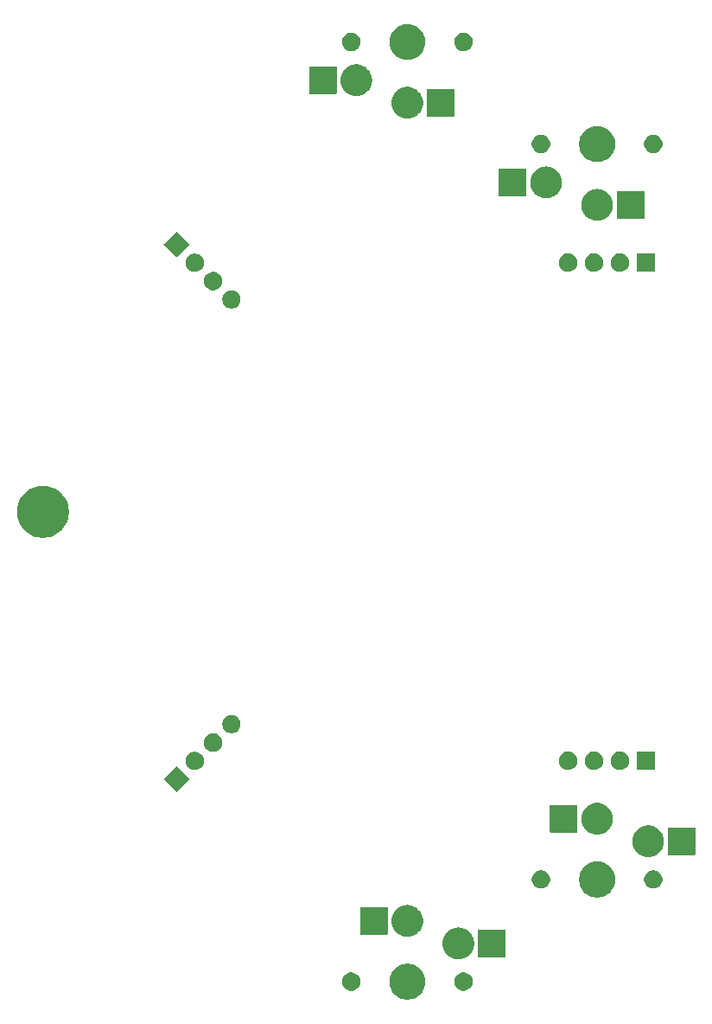
<source format=gbr>
G04 #@! TF.GenerationSoftware,KiCad,Pcbnew,9.0.2*
G04 #@! TF.CreationDate,2025-09-19T14:43:50-04:00*
G04 #@! TF.ProjectId,Trackball,54726163-6b62-4616-9c6c-2e6b69636164,rev?*
G04 #@! TF.SameCoordinates,Original*
G04 #@! TF.FileFunction,Soldermask,Bot*
G04 #@! TF.FilePolarity,Negative*
%FSLAX46Y46*%
G04 Gerber Fmt 4.6, Leading zero omitted, Abs format (unit mm)*
G04 Created by KiCad (PCBNEW 9.0.2) date 2025-09-19 14:43:50*
%MOMM*%
%LPD*%
G01*
G04 APERTURE LIST*
G04 APERTURE END LIST*
G36*
X220744432Y-145868424D02*
G01*
X220967501Y-145928195D01*
X221180861Y-146016571D01*
X221380859Y-146132040D01*
X221564075Y-146272627D01*
X221727373Y-146435925D01*
X221867960Y-146619141D01*
X221983429Y-146819139D01*
X222071805Y-147032499D01*
X222131576Y-147255568D01*
X222161720Y-147484531D01*
X222161720Y-147715469D01*
X222131576Y-147944432D01*
X222071805Y-148167501D01*
X221983429Y-148380861D01*
X221867960Y-148580859D01*
X221727373Y-148764075D01*
X221564075Y-148927373D01*
X221380859Y-149067960D01*
X221180861Y-149183429D01*
X220967501Y-149271805D01*
X220744432Y-149331576D01*
X220515469Y-149361720D01*
X220284531Y-149361720D01*
X220055568Y-149331576D01*
X219832499Y-149271805D01*
X219619139Y-149183429D01*
X219419141Y-149067960D01*
X219235925Y-148927373D01*
X219072627Y-148764075D01*
X218932040Y-148580859D01*
X218816571Y-148380861D01*
X218728195Y-148167501D01*
X218668424Y-147944432D01*
X218638280Y-147715469D01*
X218638280Y-147484531D01*
X218668424Y-147255568D01*
X218728195Y-147032499D01*
X218816571Y-146819139D01*
X218932040Y-146619141D01*
X219072627Y-146435925D01*
X219235925Y-146272627D01*
X219419141Y-146132040D01*
X219619139Y-146016571D01*
X219832499Y-145928195D01*
X220055568Y-145868424D01*
X220284531Y-145838280D01*
X220515469Y-145838280D01*
X220744432Y-145868424D01*
G37*
G36*
X215161808Y-146736936D02*
G01*
X215325153Y-146804595D01*
X215472159Y-146902822D01*
X215597178Y-147027841D01*
X215695405Y-147174847D01*
X215763064Y-147338192D01*
X215797557Y-147511598D01*
X215797557Y-147688402D01*
X215763064Y-147861808D01*
X215695405Y-148025153D01*
X215597178Y-148172159D01*
X215472159Y-148297178D01*
X215325153Y-148395405D01*
X215161808Y-148463064D01*
X214988402Y-148497557D01*
X214811598Y-148497557D01*
X214638192Y-148463064D01*
X214474847Y-148395405D01*
X214327841Y-148297178D01*
X214202822Y-148172159D01*
X214104595Y-148025153D01*
X214036936Y-147861808D01*
X214002443Y-147688402D01*
X214002443Y-147511598D01*
X214036936Y-147338192D01*
X214104595Y-147174847D01*
X214202822Y-147027841D01*
X214327841Y-146902822D01*
X214474847Y-146804595D01*
X214638192Y-146736936D01*
X214811598Y-146702443D01*
X214988402Y-146702443D01*
X215161808Y-146736936D01*
G37*
G36*
X226161808Y-146736936D02*
G01*
X226325153Y-146804595D01*
X226472159Y-146902822D01*
X226597178Y-147027841D01*
X226695405Y-147174847D01*
X226763064Y-147338192D01*
X226797557Y-147511598D01*
X226797557Y-147688402D01*
X226763064Y-147861808D01*
X226695405Y-148025153D01*
X226597178Y-148172159D01*
X226472159Y-148297178D01*
X226325153Y-148395405D01*
X226161808Y-148463064D01*
X225988402Y-148497557D01*
X225811598Y-148497557D01*
X225638192Y-148463064D01*
X225474847Y-148395405D01*
X225327841Y-148297178D01*
X225202822Y-148172159D01*
X225104595Y-148025153D01*
X225036936Y-147861808D01*
X225002443Y-147688402D01*
X225002443Y-147511598D01*
X225036936Y-147338192D01*
X225104595Y-147174847D01*
X225202822Y-147027841D01*
X225327841Y-146902822D01*
X225474847Y-146804595D01*
X225638192Y-146736936D01*
X225811598Y-146702443D01*
X225988402Y-146702443D01*
X226161808Y-146736936D01*
G37*
G36*
X225510482Y-142303781D02*
G01*
X225521690Y-142303781D01*
X225576888Y-142312523D01*
X225702534Y-142329065D01*
X225733189Y-142337279D01*
X225762074Y-142341854D01*
X225817620Y-142359902D01*
X225898467Y-142381565D01*
X225950050Y-142402931D01*
X225993542Y-142417063D01*
X226034286Y-142437823D01*
X226085870Y-142459190D01*
X226158353Y-142501038D01*
X226210395Y-142527555D01*
X226234055Y-142544745D01*
X226261539Y-142560613D01*
X226362074Y-142637756D01*
X226407294Y-142670610D01*
X226415219Y-142678535D01*
X226422466Y-142684096D01*
X226565903Y-142827533D01*
X226571463Y-142834779D01*
X226579390Y-142842706D01*
X226612247Y-142887930D01*
X226689386Y-142988460D01*
X226705252Y-143015941D01*
X226722445Y-143039605D01*
X226748964Y-143091652D01*
X226790809Y-143164129D01*
X226812173Y-143215706D01*
X226832937Y-143256458D01*
X226847070Y-143299955D01*
X226868434Y-143351532D01*
X226890093Y-143432366D01*
X226908146Y-143487926D01*
X226912721Y-143516816D01*
X226920934Y-143547465D01*
X226937474Y-143673099D01*
X226946219Y-143728310D01*
X226946219Y-143739518D01*
X226947412Y-143748580D01*
X226947412Y-143951419D01*
X226946219Y-143960480D01*
X226946219Y-143971690D01*
X226937473Y-144026905D01*
X226920934Y-144152534D01*
X226912722Y-144183180D01*
X226908146Y-144212074D01*
X226890091Y-144267638D01*
X226868434Y-144348467D01*
X226847071Y-144400039D01*
X226832937Y-144443542D01*
X226812171Y-144484297D01*
X226790809Y-144535870D01*
X226748968Y-144608338D01*
X226722445Y-144660395D01*
X226705249Y-144684062D01*
X226689386Y-144711539D01*
X226612261Y-144812050D01*
X226579390Y-144857294D01*
X226571459Y-144865224D01*
X226565903Y-144872466D01*
X226422466Y-145015903D01*
X226415224Y-145021459D01*
X226407294Y-145029390D01*
X226362050Y-145062261D01*
X226261539Y-145139386D01*
X226234062Y-145155249D01*
X226210395Y-145172445D01*
X226158338Y-145198968D01*
X226085870Y-145240809D01*
X226034297Y-145262171D01*
X225993542Y-145282937D01*
X225950039Y-145297071D01*
X225898467Y-145318434D01*
X225817638Y-145340091D01*
X225762074Y-145358146D01*
X225733180Y-145362722D01*
X225702534Y-145370934D01*
X225576902Y-145387474D01*
X225521690Y-145396219D01*
X225510481Y-145396219D01*
X225501420Y-145397412D01*
X225298580Y-145397412D01*
X225289519Y-145396219D01*
X225278310Y-145396219D01*
X225223099Y-145387474D01*
X225097465Y-145370934D01*
X225066816Y-145362721D01*
X225037926Y-145358146D01*
X224982366Y-145340093D01*
X224901532Y-145318434D01*
X224849955Y-145297070D01*
X224806458Y-145282937D01*
X224765706Y-145262173D01*
X224714129Y-145240809D01*
X224641652Y-145198964D01*
X224589605Y-145172445D01*
X224565941Y-145155252D01*
X224538460Y-145139386D01*
X224437930Y-145062247D01*
X224392706Y-145029390D01*
X224384779Y-145021463D01*
X224377533Y-145015903D01*
X224234096Y-144872466D01*
X224228535Y-144865219D01*
X224220610Y-144857294D01*
X224187756Y-144812074D01*
X224110613Y-144711539D01*
X224094745Y-144684055D01*
X224077555Y-144660395D01*
X224051038Y-144608353D01*
X224009190Y-144535870D01*
X223987823Y-144484286D01*
X223967063Y-144443542D01*
X223952931Y-144400050D01*
X223931565Y-144348467D01*
X223909902Y-144267620D01*
X223891854Y-144212074D01*
X223887279Y-144183189D01*
X223879065Y-144152534D01*
X223862524Y-144026891D01*
X223853781Y-143971690D01*
X223853781Y-143960480D01*
X223852588Y-143951419D01*
X223852588Y-143748580D01*
X223853781Y-143739518D01*
X223853781Y-143728310D01*
X223862523Y-143673113D01*
X223879065Y-143547465D01*
X223887279Y-143516807D01*
X223891854Y-143487926D01*
X223909900Y-143432383D01*
X223931565Y-143351532D01*
X223952933Y-143299944D01*
X223967063Y-143256458D01*
X223987821Y-143215717D01*
X224009190Y-143164129D01*
X224051042Y-143091637D01*
X224077555Y-143039605D01*
X224094742Y-143015948D01*
X224110613Y-142988460D01*
X224187770Y-142887906D01*
X224220610Y-142842706D01*
X224228532Y-142834783D01*
X224234096Y-142827533D01*
X224377533Y-142684096D01*
X224384783Y-142678532D01*
X224392706Y-142670610D01*
X224437906Y-142637770D01*
X224538460Y-142560613D01*
X224565948Y-142544742D01*
X224589605Y-142527555D01*
X224641637Y-142501042D01*
X224714129Y-142459190D01*
X224765717Y-142437821D01*
X224806458Y-142417063D01*
X224849944Y-142402933D01*
X224901532Y-142381565D01*
X224982383Y-142359900D01*
X225037926Y-142341854D01*
X225066807Y-142337279D01*
X225097465Y-142329065D01*
X225223113Y-142312523D01*
X225278310Y-142303781D01*
X225289518Y-142303781D01*
X225298580Y-142302588D01*
X225501420Y-142302588D01*
X225510482Y-142303781D01*
G37*
G36*
X229994517Y-142502882D02*
G01*
X230011062Y-142513938D01*
X230022118Y-142530483D01*
X230026000Y-142550000D01*
X230026000Y-145150000D01*
X230022118Y-145169517D01*
X230011062Y-145186062D01*
X229994517Y-145197118D01*
X229975000Y-145201000D01*
X227375000Y-145201000D01*
X227355483Y-145197118D01*
X227338938Y-145186062D01*
X227327882Y-145169517D01*
X227324000Y-145150000D01*
X227324000Y-142550000D01*
X227327882Y-142530483D01*
X227338938Y-142513938D01*
X227355483Y-142502882D01*
X227375000Y-142499000D01*
X229975000Y-142499000D01*
X229994517Y-142502882D01*
G37*
G36*
X220510482Y-140103781D02*
G01*
X220521690Y-140103781D01*
X220576888Y-140112523D01*
X220702534Y-140129065D01*
X220733189Y-140137279D01*
X220762074Y-140141854D01*
X220817620Y-140159902D01*
X220898467Y-140181565D01*
X220950050Y-140202931D01*
X220993542Y-140217063D01*
X221034286Y-140237823D01*
X221085870Y-140259190D01*
X221158353Y-140301038D01*
X221210395Y-140327555D01*
X221234055Y-140344745D01*
X221261539Y-140360613D01*
X221362074Y-140437756D01*
X221407294Y-140470610D01*
X221415219Y-140478535D01*
X221422466Y-140484096D01*
X221565903Y-140627533D01*
X221571463Y-140634779D01*
X221579390Y-140642706D01*
X221612247Y-140687930D01*
X221689386Y-140788460D01*
X221705252Y-140815941D01*
X221722445Y-140839605D01*
X221748964Y-140891652D01*
X221790809Y-140964129D01*
X221812173Y-141015706D01*
X221832937Y-141056458D01*
X221847070Y-141099955D01*
X221868434Y-141151532D01*
X221890093Y-141232366D01*
X221908146Y-141287926D01*
X221912721Y-141316816D01*
X221920934Y-141347465D01*
X221937474Y-141473099D01*
X221946219Y-141528310D01*
X221946219Y-141539518D01*
X221947412Y-141548580D01*
X221947412Y-141751419D01*
X221946219Y-141760480D01*
X221946219Y-141771690D01*
X221937473Y-141826905D01*
X221920934Y-141952534D01*
X221912722Y-141983180D01*
X221908146Y-142012074D01*
X221890091Y-142067638D01*
X221868434Y-142148467D01*
X221847071Y-142200039D01*
X221832937Y-142243542D01*
X221812171Y-142284297D01*
X221790809Y-142335870D01*
X221748968Y-142408338D01*
X221722445Y-142460395D01*
X221705249Y-142484062D01*
X221689386Y-142511539D01*
X221612261Y-142612050D01*
X221579390Y-142657294D01*
X221571459Y-142665224D01*
X221565903Y-142672466D01*
X221422466Y-142815903D01*
X221415224Y-142821459D01*
X221407294Y-142829390D01*
X221362050Y-142862261D01*
X221261539Y-142939386D01*
X221234062Y-142955249D01*
X221210395Y-142972445D01*
X221158338Y-142998968D01*
X221085870Y-143040809D01*
X221034297Y-143062171D01*
X220993542Y-143082937D01*
X220950039Y-143097071D01*
X220898467Y-143118434D01*
X220817638Y-143140091D01*
X220762074Y-143158146D01*
X220733180Y-143162722D01*
X220702534Y-143170934D01*
X220576902Y-143187474D01*
X220521690Y-143196219D01*
X220510481Y-143196219D01*
X220501420Y-143197412D01*
X220298580Y-143197412D01*
X220289519Y-143196219D01*
X220278310Y-143196219D01*
X220223099Y-143187474D01*
X220097465Y-143170934D01*
X220066816Y-143162721D01*
X220037926Y-143158146D01*
X219982366Y-143140093D01*
X219901532Y-143118434D01*
X219849955Y-143097070D01*
X219806458Y-143082937D01*
X219765706Y-143062173D01*
X219714129Y-143040809D01*
X219641652Y-142998964D01*
X219589605Y-142972445D01*
X219565941Y-142955252D01*
X219538460Y-142939386D01*
X219437930Y-142862247D01*
X219392706Y-142829390D01*
X219384779Y-142821463D01*
X219377533Y-142815903D01*
X219234096Y-142672466D01*
X219228535Y-142665219D01*
X219220610Y-142657294D01*
X219187756Y-142612074D01*
X219110613Y-142511539D01*
X219094745Y-142484055D01*
X219077555Y-142460395D01*
X219051038Y-142408353D01*
X219009190Y-142335870D01*
X218987823Y-142284286D01*
X218967063Y-142243542D01*
X218952931Y-142200050D01*
X218931565Y-142148467D01*
X218909902Y-142067620D01*
X218891854Y-142012074D01*
X218887279Y-141983189D01*
X218879065Y-141952534D01*
X218862524Y-141826891D01*
X218853781Y-141771690D01*
X218853781Y-141760480D01*
X218852588Y-141751419D01*
X218852588Y-141548580D01*
X218853781Y-141539518D01*
X218853781Y-141528310D01*
X218862523Y-141473113D01*
X218879065Y-141347465D01*
X218887279Y-141316807D01*
X218891854Y-141287926D01*
X218909900Y-141232383D01*
X218931565Y-141151532D01*
X218952933Y-141099944D01*
X218967063Y-141056458D01*
X218987821Y-141015717D01*
X219009190Y-140964129D01*
X219051042Y-140891637D01*
X219077555Y-140839605D01*
X219094742Y-140815948D01*
X219110613Y-140788460D01*
X219187770Y-140687906D01*
X219220610Y-140642706D01*
X219228532Y-140634783D01*
X219234096Y-140627533D01*
X219377533Y-140484096D01*
X219384783Y-140478532D01*
X219392706Y-140470610D01*
X219437906Y-140437770D01*
X219538460Y-140360613D01*
X219565948Y-140344742D01*
X219589605Y-140327555D01*
X219641637Y-140301042D01*
X219714129Y-140259190D01*
X219765717Y-140237821D01*
X219806458Y-140217063D01*
X219849944Y-140202933D01*
X219901532Y-140181565D01*
X219982383Y-140159900D01*
X220037926Y-140141854D01*
X220066807Y-140137279D01*
X220097465Y-140129065D01*
X220223113Y-140112523D01*
X220278310Y-140103781D01*
X220289518Y-140103781D01*
X220298580Y-140102588D01*
X220501420Y-140102588D01*
X220510482Y-140103781D01*
G37*
G36*
X218444517Y-140302882D02*
G01*
X218461062Y-140313938D01*
X218472118Y-140330483D01*
X218476000Y-140350000D01*
X218476000Y-142950000D01*
X218472118Y-142969517D01*
X218461062Y-142986062D01*
X218444517Y-142997118D01*
X218425000Y-143001000D01*
X215825000Y-143001000D01*
X215805483Y-142997118D01*
X215788938Y-142986062D01*
X215777882Y-142969517D01*
X215774000Y-142950000D01*
X215774000Y-140350000D01*
X215777882Y-140330483D01*
X215788938Y-140313938D01*
X215805483Y-140302882D01*
X215825000Y-140299000D01*
X218425000Y-140299000D01*
X218444517Y-140302882D01*
G37*
G36*
X239344432Y-135868424D02*
G01*
X239567501Y-135928195D01*
X239780861Y-136016571D01*
X239980859Y-136132040D01*
X240164075Y-136272627D01*
X240327373Y-136435925D01*
X240467960Y-136619141D01*
X240583429Y-136819139D01*
X240671805Y-137032499D01*
X240731576Y-137255568D01*
X240761720Y-137484531D01*
X240761720Y-137715469D01*
X240731576Y-137944432D01*
X240671805Y-138167501D01*
X240583429Y-138380861D01*
X240467960Y-138580859D01*
X240327373Y-138764075D01*
X240164075Y-138927373D01*
X239980859Y-139067960D01*
X239780861Y-139183429D01*
X239567501Y-139271805D01*
X239344432Y-139331576D01*
X239115469Y-139361720D01*
X238884531Y-139361720D01*
X238655568Y-139331576D01*
X238432499Y-139271805D01*
X238219139Y-139183429D01*
X238019141Y-139067960D01*
X237835925Y-138927373D01*
X237672627Y-138764075D01*
X237532040Y-138580859D01*
X237416571Y-138380861D01*
X237328195Y-138167501D01*
X237268424Y-137944432D01*
X237238280Y-137715469D01*
X237238280Y-137484531D01*
X237268424Y-137255568D01*
X237328195Y-137032499D01*
X237416571Y-136819139D01*
X237532040Y-136619141D01*
X237672627Y-136435925D01*
X237835925Y-136272627D01*
X238019141Y-136132040D01*
X238219139Y-136016571D01*
X238432499Y-135928195D01*
X238655568Y-135868424D01*
X238884531Y-135838280D01*
X239115469Y-135838280D01*
X239344432Y-135868424D01*
G37*
G36*
X233761808Y-136736936D02*
G01*
X233925153Y-136804595D01*
X234072159Y-136902822D01*
X234197178Y-137027841D01*
X234295405Y-137174847D01*
X234363064Y-137338192D01*
X234397557Y-137511598D01*
X234397557Y-137688402D01*
X234363064Y-137861808D01*
X234295405Y-138025153D01*
X234197178Y-138172159D01*
X234072159Y-138297178D01*
X233925153Y-138395405D01*
X233761808Y-138463064D01*
X233588402Y-138497557D01*
X233411598Y-138497557D01*
X233238192Y-138463064D01*
X233074847Y-138395405D01*
X232927841Y-138297178D01*
X232802822Y-138172159D01*
X232704595Y-138025153D01*
X232636936Y-137861808D01*
X232602443Y-137688402D01*
X232602443Y-137511598D01*
X232636936Y-137338192D01*
X232704595Y-137174847D01*
X232802822Y-137027841D01*
X232927841Y-136902822D01*
X233074847Y-136804595D01*
X233238192Y-136736936D01*
X233411598Y-136702443D01*
X233588402Y-136702443D01*
X233761808Y-136736936D01*
G37*
G36*
X244761808Y-136736936D02*
G01*
X244925153Y-136804595D01*
X245072159Y-136902822D01*
X245197178Y-137027841D01*
X245295405Y-137174847D01*
X245363064Y-137338192D01*
X245397557Y-137511598D01*
X245397557Y-137688402D01*
X245363064Y-137861808D01*
X245295405Y-138025153D01*
X245197178Y-138172159D01*
X245072159Y-138297178D01*
X244925153Y-138395405D01*
X244761808Y-138463064D01*
X244588402Y-138497557D01*
X244411598Y-138497557D01*
X244238192Y-138463064D01*
X244074847Y-138395405D01*
X243927841Y-138297178D01*
X243802822Y-138172159D01*
X243704595Y-138025153D01*
X243636936Y-137861808D01*
X243602443Y-137688402D01*
X243602443Y-137511598D01*
X243636936Y-137338192D01*
X243704595Y-137174847D01*
X243802822Y-137027841D01*
X243927841Y-136902822D01*
X244074847Y-136804595D01*
X244238192Y-136736936D01*
X244411598Y-136702443D01*
X244588402Y-136702443D01*
X244761808Y-136736936D01*
G37*
G36*
X244110482Y-132303781D02*
G01*
X244121690Y-132303781D01*
X244176888Y-132312523D01*
X244302534Y-132329065D01*
X244333189Y-132337279D01*
X244362074Y-132341854D01*
X244417620Y-132359902D01*
X244498467Y-132381565D01*
X244550050Y-132402931D01*
X244593542Y-132417063D01*
X244634286Y-132437823D01*
X244685870Y-132459190D01*
X244758353Y-132501038D01*
X244810395Y-132527555D01*
X244834055Y-132544745D01*
X244861539Y-132560613D01*
X244962074Y-132637756D01*
X245007294Y-132670610D01*
X245015219Y-132678535D01*
X245022466Y-132684096D01*
X245165903Y-132827533D01*
X245171463Y-132834779D01*
X245179390Y-132842706D01*
X245212247Y-132887930D01*
X245289386Y-132988460D01*
X245305252Y-133015941D01*
X245322445Y-133039605D01*
X245348964Y-133091652D01*
X245390809Y-133164129D01*
X245412173Y-133215706D01*
X245432937Y-133256458D01*
X245447070Y-133299955D01*
X245468434Y-133351532D01*
X245490093Y-133432366D01*
X245508146Y-133487926D01*
X245512721Y-133516816D01*
X245520934Y-133547465D01*
X245537474Y-133673099D01*
X245546219Y-133728310D01*
X245546219Y-133739518D01*
X245547412Y-133748580D01*
X245547412Y-133951419D01*
X245546219Y-133960480D01*
X245546219Y-133971690D01*
X245537473Y-134026905D01*
X245520934Y-134152534D01*
X245512722Y-134183180D01*
X245508146Y-134212074D01*
X245490091Y-134267638D01*
X245468434Y-134348467D01*
X245447071Y-134400039D01*
X245432937Y-134443542D01*
X245412171Y-134484297D01*
X245390809Y-134535870D01*
X245348968Y-134608338D01*
X245322445Y-134660395D01*
X245305249Y-134684062D01*
X245289386Y-134711539D01*
X245212261Y-134812050D01*
X245179390Y-134857294D01*
X245171459Y-134865224D01*
X245165903Y-134872466D01*
X245022466Y-135015903D01*
X245015224Y-135021459D01*
X245007294Y-135029390D01*
X244962050Y-135062261D01*
X244861539Y-135139386D01*
X244834062Y-135155249D01*
X244810395Y-135172445D01*
X244758338Y-135198968D01*
X244685870Y-135240809D01*
X244634297Y-135262171D01*
X244593542Y-135282937D01*
X244550039Y-135297071D01*
X244498467Y-135318434D01*
X244417638Y-135340091D01*
X244362074Y-135358146D01*
X244333180Y-135362722D01*
X244302534Y-135370934D01*
X244176902Y-135387474D01*
X244121690Y-135396219D01*
X244110481Y-135396219D01*
X244101420Y-135397412D01*
X243898580Y-135397412D01*
X243889519Y-135396219D01*
X243878310Y-135396219D01*
X243823099Y-135387474D01*
X243697465Y-135370934D01*
X243666816Y-135362721D01*
X243637926Y-135358146D01*
X243582366Y-135340093D01*
X243501532Y-135318434D01*
X243449955Y-135297070D01*
X243406458Y-135282937D01*
X243365706Y-135262173D01*
X243314129Y-135240809D01*
X243241652Y-135198964D01*
X243189605Y-135172445D01*
X243165941Y-135155252D01*
X243138460Y-135139386D01*
X243037930Y-135062247D01*
X242992706Y-135029390D01*
X242984779Y-135021463D01*
X242977533Y-135015903D01*
X242834096Y-134872466D01*
X242828535Y-134865219D01*
X242820610Y-134857294D01*
X242787756Y-134812074D01*
X242710613Y-134711539D01*
X242694745Y-134684055D01*
X242677555Y-134660395D01*
X242651038Y-134608353D01*
X242609190Y-134535870D01*
X242587823Y-134484286D01*
X242567063Y-134443542D01*
X242552931Y-134400050D01*
X242531565Y-134348467D01*
X242509902Y-134267620D01*
X242491854Y-134212074D01*
X242487279Y-134183189D01*
X242479065Y-134152534D01*
X242462524Y-134026891D01*
X242453781Y-133971690D01*
X242453781Y-133960480D01*
X242452588Y-133951419D01*
X242452588Y-133748580D01*
X242453781Y-133739518D01*
X242453781Y-133728310D01*
X242462523Y-133673113D01*
X242479065Y-133547465D01*
X242487279Y-133516807D01*
X242491854Y-133487926D01*
X242509900Y-133432383D01*
X242531565Y-133351532D01*
X242552933Y-133299944D01*
X242567063Y-133256458D01*
X242587821Y-133215717D01*
X242609190Y-133164129D01*
X242651042Y-133091637D01*
X242677555Y-133039605D01*
X242694742Y-133015948D01*
X242710613Y-132988460D01*
X242787770Y-132887906D01*
X242820610Y-132842706D01*
X242828532Y-132834783D01*
X242834096Y-132827533D01*
X242977533Y-132684096D01*
X242984783Y-132678532D01*
X242992706Y-132670610D01*
X243037906Y-132637770D01*
X243138460Y-132560613D01*
X243165948Y-132544742D01*
X243189605Y-132527555D01*
X243241637Y-132501042D01*
X243314129Y-132459190D01*
X243365717Y-132437821D01*
X243406458Y-132417063D01*
X243449944Y-132402933D01*
X243501532Y-132381565D01*
X243582383Y-132359900D01*
X243637926Y-132341854D01*
X243666807Y-132337279D01*
X243697465Y-132329065D01*
X243823113Y-132312523D01*
X243878310Y-132303781D01*
X243889518Y-132303781D01*
X243898580Y-132302588D01*
X244101420Y-132302588D01*
X244110482Y-132303781D01*
G37*
G36*
X248594517Y-132502882D02*
G01*
X248611062Y-132513938D01*
X248622118Y-132530483D01*
X248626000Y-132550000D01*
X248626000Y-135150000D01*
X248622118Y-135169517D01*
X248611062Y-135186062D01*
X248594517Y-135197118D01*
X248575000Y-135201000D01*
X245975000Y-135201000D01*
X245955483Y-135197118D01*
X245938938Y-135186062D01*
X245927882Y-135169517D01*
X245924000Y-135150000D01*
X245924000Y-132550000D01*
X245927882Y-132530483D01*
X245938938Y-132513938D01*
X245955483Y-132502882D01*
X245975000Y-132499000D01*
X248575000Y-132499000D01*
X248594517Y-132502882D01*
G37*
G36*
X239110482Y-130103781D02*
G01*
X239121690Y-130103781D01*
X239176888Y-130112523D01*
X239302534Y-130129065D01*
X239333189Y-130137279D01*
X239362074Y-130141854D01*
X239417620Y-130159902D01*
X239498467Y-130181565D01*
X239550050Y-130202931D01*
X239593542Y-130217063D01*
X239634286Y-130237823D01*
X239685870Y-130259190D01*
X239758353Y-130301038D01*
X239810395Y-130327555D01*
X239834055Y-130344745D01*
X239861539Y-130360613D01*
X239962074Y-130437756D01*
X240007294Y-130470610D01*
X240015219Y-130478535D01*
X240022466Y-130484096D01*
X240165903Y-130627533D01*
X240171463Y-130634779D01*
X240179390Y-130642706D01*
X240212247Y-130687930D01*
X240289386Y-130788460D01*
X240305252Y-130815941D01*
X240322445Y-130839605D01*
X240348964Y-130891652D01*
X240390809Y-130964129D01*
X240412173Y-131015706D01*
X240432937Y-131056458D01*
X240447070Y-131099955D01*
X240468434Y-131151532D01*
X240490093Y-131232366D01*
X240508146Y-131287926D01*
X240512721Y-131316816D01*
X240520934Y-131347465D01*
X240537474Y-131473099D01*
X240546219Y-131528310D01*
X240546219Y-131539518D01*
X240547412Y-131548580D01*
X240547412Y-131751419D01*
X240546219Y-131760480D01*
X240546219Y-131771690D01*
X240537473Y-131826905D01*
X240520934Y-131952534D01*
X240512722Y-131983180D01*
X240508146Y-132012074D01*
X240490091Y-132067638D01*
X240468434Y-132148467D01*
X240447071Y-132200039D01*
X240432937Y-132243542D01*
X240412171Y-132284297D01*
X240390809Y-132335870D01*
X240348968Y-132408338D01*
X240322445Y-132460395D01*
X240305249Y-132484062D01*
X240289386Y-132511539D01*
X240212261Y-132612050D01*
X240179390Y-132657294D01*
X240171459Y-132665224D01*
X240165903Y-132672466D01*
X240022466Y-132815903D01*
X240015224Y-132821459D01*
X240007294Y-132829390D01*
X239962050Y-132862261D01*
X239861539Y-132939386D01*
X239834062Y-132955249D01*
X239810395Y-132972445D01*
X239758338Y-132998968D01*
X239685870Y-133040809D01*
X239634297Y-133062171D01*
X239593542Y-133082937D01*
X239550039Y-133097071D01*
X239498467Y-133118434D01*
X239417638Y-133140091D01*
X239362074Y-133158146D01*
X239333180Y-133162722D01*
X239302534Y-133170934D01*
X239176902Y-133187474D01*
X239121690Y-133196219D01*
X239110481Y-133196219D01*
X239101420Y-133197412D01*
X238898580Y-133197412D01*
X238889519Y-133196219D01*
X238878310Y-133196219D01*
X238823099Y-133187474D01*
X238697465Y-133170934D01*
X238666816Y-133162721D01*
X238637926Y-133158146D01*
X238582366Y-133140093D01*
X238501532Y-133118434D01*
X238449955Y-133097070D01*
X238406458Y-133082937D01*
X238365706Y-133062173D01*
X238314129Y-133040809D01*
X238241652Y-132998964D01*
X238189605Y-132972445D01*
X238165941Y-132955252D01*
X238138460Y-132939386D01*
X238037930Y-132862247D01*
X237992706Y-132829390D01*
X237984779Y-132821463D01*
X237977533Y-132815903D01*
X237834096Y-132672466D01*
X237828535Y-132665219D01*
X237820610Y-132657294D01*
X237787756Y-132612074D01*
X237710613Y-132511539D01*
X237694745Y-132484055D01*
X237677555Y-132460395D01*
X237651038Y-132408353D01*
X237609190Y-132335870D01*
X237587823Y-132284286D01*
X237567063Y-132243542D01*
X237552931Y-132200050D01*
X237531565Y-132148467D01*
X237509902Y-132067620D01*
X237491854Y-132012074D01*
X237487279Y-131983189D01*
X237479065Y-131952534D01*
X237462524Y-131826891D01*
X237453781Y-131771690D01*
X237453781Y-131760480D01*
X237452588Y-131751419D01*
X237452588Y-131548580D01*
X237453781Y-131539518D01*
X237453781Y-131528310D01*
X237462523Y-131473113D01*
X237479065Y-131347465D01*
X237487279Y-131316807D01*
X237491854Y-131287926D01*
X237509900Y-131232383D01*
X237531565Y-131151532D01*
X237552933Y-131099944D01*
X237567063Y-131056458D01*
X237587821Y-131015717D01*
X237609190Y-130964129D01*
X237651042Y-130891637D01*
X237677555Y-130839605D01*
X237694742Y-130815948D01*
X237710613Y-130788460D01*
X237787770Y-130687906D01*
X237820610Y-130642706D01*
X237828532Y-130634783D01*
X237834096Y-130627533D01*
X237977533Y-130484096D01*
X237984783Y-130478532D01*
X237992706Y-130470610D01*
X238037906Y-130437770D01*
X238138460Y-130360613D01*
X238165948Y-130344742D01*
X238189605Y-130327555D01*
X238241637Y-130301042D01*
X238314129Y-130259190D01*
X238365717Y-130237821D01*
X238406458Y-130217063D01*
X238449944Y-130202933D01*
X238501532Y-130181565D01*
X238582383Y-130159900D01*
X238637926Y-130141854D01*
X238666807Y-130137279D01*
X238697465Y-130129065D01*
X238823113Y-130112523D01*
X238878310Y-130103781D01*
X238889518Y-130103781D01*
X238898580Y-130102588D01*
X239101420Y-130102588D01*
X239110482Y-130103781D01*
G37*
G36*
X237044517Y-130302882D02*
G01*
X237061062Y-130313938D01*
X237072118Y-130330483D01*
X237076000Y-130350000D01*
X237076000Y-132950000D01*
X237072118Y-132969517D01*
X237061062Y-132986062D01*
X237044517Y-132997118D01*
X237025000Y-133001000D01*
X234425000Y-133001000D01*
X234405483Y-132997118D01*
X234388938Y-132986062D01*
X234377882Y-132969517D01*
X234374000Y-132950000D01*
X234374000Y-130350000D01*
X234377882Y-130330483D01*
X234388938Y-130313938D01*
X234405483Y-130302882D01*
X234425000Y-130299000D01*
X237025000Y-130299000D01*
X237044517Y-130302882D01*
G37*
G36*
X197793466Y-126536851D02*
G01*
X197810011Y-126547907D01*
X199012093Y-127749989D01*
X199023149Y-127766534D01*
X199027030Y-127786051D01*
X199023149Y-127805568D01*
X199012093Y-127822113D01*
X197810011Y-129024195D01*
X197793466Y-129035251D01*
X197773949Y-129039132D01*
X197754432Y-129035251D01*
X197737887Y-129024195D01*
X196535805Y-127822113D01*
X196524749Y-127805568D01*
X196520868Y-127786051D01*
X196524749Y-127766534D01*
X196535805Y-127749989D01*
X197432277Y-126853517D01*
X197729182Y-126556611D01*
X197729185Y-126556608D01*
X197737887Y-126547907D01*
X197754432Y-126536851D01*
X197773949Y-126532970D01*
X197793466Y-126536851D01*
G37*
G36*
X199831546Y-125127797D02*
G01*
X199994728Y-125195389D01*
X200141588Y-125293518D01*
X200266482Y-125418412D01*
X200364611Y-125565272D01*
X200432203Y-125728454D01*
X200466661Y-125901687D01*
X200466661Y-126078313D01*
X200432203Y-126251546D01*
X200364611Y-126414728D01*
X200266482Y-126561588D01*
X200141588Y-126686482D01*
X199994728Y-126784611D01*
X199831546Y-126852203D01*
X199658313Y-126886661D01*
X199481687Y-126886661D01*
X199308454Y-126852203D01*
X199145272Y-126784611D01*
X198998412Y-126686482D01*
X198873518Y-126561588D01*
X198775389Y-126414728D01*
X198707797Y-126251546D01*
X198673339Y-126078313D01*
X198673339Y-125901687D01*
X198707797Y-125728454D01*
X198775389Y-125565272D01*
X198873518Y-125418412D01*
X198998412Y-125293518D01*
X199145272Y-125195389D01*
X199308454Y-125127797D01*
X199481687Y-125093339D01*
X199658313Y-125093339D01*
X199831546Y-125127797D01*
G37*
G36*
X244637517Y-125086882D02*
G01*
X244654062Y-125097938D01*
X244665118Y-125114483D01*
X244669000Y-125134000D01*
X244669000Y-126834000D01*
X244665118Y-126853517D01*
X244654062Y-126870062D01*
X244637517Y-126881118D01*
X244618000Y-126885000D01*
X242918000Y-126885000D01*
X242898483Y-126881118D01*
X242881938Y-126870062D01*
X242870882Y-126853517D01*
X242867000Y-126834000D01*
X242867000Y-125134000D01*
X242870882Y-125114483D01*
X242881938Y-125097938D01*
X242898483Y-125086882D01*
X242918000Y-125083000D01*
X244618000Y-125083000D01*
X244637517Y-125086882D01*
G37*
G36*
X236409546Y-125121797D02*
G01*
X236572728Y-125189389D01*
X236719588Y-125287518D01*
X236844482Y-125412412D01*
X236942611Y-125559272D01*
X237010203Y-125722454D01*
X237044661Y-125895687D01*
X237044661Y-126072313D01*
X237010203Y-126245546D01*
X236942611Y-126408728D01*
X236844482Y-126555588D01*
X236719588Y-126680482D01*
X236572728Y-126778611D01*
X236409546Y-126846203D01*
X236236313Y-126880661D01*
X236059687Y-126880661D01*
X235886454Y-126846203D01*
X235723272Y-126778611D01*
X235576412Y-126680482D01*
X235451518Y-126555588D01*
X235353389Y-126408728D01*
X235285797Y-126245546D01*
X235251339Y-126072313D01*
X235251339Y-125895687D01*
X235285797Y-125722454D01*
X235353389Y-125559272D01*
X235451518Y-125412412D01*
X235576412Y-125287518D01*
X235723272Y-125189389D01*
X235886454Y-125121797D01*
X236059687Y-125087339D01*
X236236313Y-125087339D01*
X236409546Y-125121797D01*
G37*
G36*
X238949546Y-125121797D02*
G01*
X239112728Y-125189389D01*
X239259588Y-125287518D01*
X239384482Y-125412412D01*
X239482611Y-125559272D01*
X239550203Y-125722454D01*
X239584661Y-125895687D01*
X239584661Y-126072313D01*
X239550203Y-126245546D01*
X239482611Y-126408728D01*
X239384482Y-126555588D01*
X239259588Y-126680482D01*
X239112728Y-126778611D01*
X238949546Y-126846203D01*
X238776313Y-126880661D01*
X238599687Y-126880661D01*
X238426454Y-126846203D01*
X238263272Y-126778611D01*
X238116412Y-126680482D01*
X237991518Y-126555588D01*
X237893389Y-126408728D01*
X237825797Y-126245546D01*
X237791339Y-126072313D01*
X237791339Y-125895687D01*
X237825797Y-125722454D01*
X237893389Y-125559272D01*
X237991518Y-125412412D01*
X238116412Y-125287518D01*
X238263272Y-125189389D01*
X238426454Y-125121797D01*
X238599687Y-125087339D01*
X238776313Y-125087339D01*
X238949546Y-125121797D01*
G37*
G36*
X241489546Y-125121797D02*
G01*
X241652728Y-125189389D01*
X241799588Y-125287518D01*
X241924482Y-125412412D01*
X242022611Y-125559272D01*
X242090203Y-125722454D01*
X242124661Y-125895687D01*
X242124661Y-126072313D01*
X242090203Y-126245546D01*
X242022611Y-126408728D01*
X241924482Y-126555588D01*
X241799588Y-126680482D01*
X241652728Y-126778611D01*
X241489546Y-126846203D01*
X241316313Y-126880661D01*
X241139687Y-126880661D01*
X240966454Y-126846203D01*
X240803272Y-126778611D01*
X240656412Y-126680482D01*
X240531518Y-126555588D01*
X240433389Y-126408728D01*
X240365797Y-126245546D01*
X240331339Y-126072313D01*
X240331339Y-125895687D01*
X240365797Y-125722454D01*
X240433389Y-125559272D01*
X240531518Y-125412412D01*
X240656412Y-125287518D01*
X240803272Y-125189389D01*
X240966454Y-125121797D01*
X241139687Y-125087339D01*
X241316313Y-125087339D01*
X241489546Y-125121797D01*
G37*
G36*
X201627597Y-123331746D02*
G01*
X201790779Y-123399338D01*
X201937639Y-123497467D01*
X202062533Y-123622361D01*
X202160662Y-123769221D01*
X202228254Y-123932403D01*
X202262712Y-124105636D01*
X202262712Y-124282262D01*
X202228254Y-124455495D01*
X202160662Y-124618677D01*
X202062533Y-124765537D01*
X201937639Y-124890431D01*
X201790779Y-124988560D01*
X201627597Y-125056152D01*
X201454364Y-125090610D01*
X201277738Y-125090610D01*
X201104505Y-125056152D01*
X200941323Y-124988560D01*
X200794463Y-124890431D01*
X200669569Y-124765537D01*
X200571440Y-124618677D01*
X200503848Y-124455495D01*
X200469390Y-124282262D01*
X200469390Y-124105636D01*
X200503848Y-123932403D01*
X200571440Y-123769221D01*
X200669569Y-123622361D01*
X200794463Y-123497467D01*
X200941323Y-123399338D01*
X201104505Y-123331746D01*
X201277738Y-123297288D01*
X201454364Y-123297288D01*
X201627597Y-123331746D01*
G37*
G36*
X203423649Y-121535694D02*
G01*
X203586831Y-121603286D01*
X203733691Y-121701415D01*
X203858585Y-121826309D01*
X203956714Y-121973169D01*
X204024306Y-122136351D01*
X204058764Y-122309584D01*
X204058764Y-122486210D01*
X204024306Y-122659443D01*
X203956714Y-122822625D01*
X203858585Y-122969485D01*
X203733691Y-123094379D01*
X203586831Y-123192508D01*
X203423649Y-123260100D01*
X203250416Y-123294558D01*
X203073790Y-123294558D01*
X202900557Y-123260100D01*
X202737375Y-123192508D01*
X202590515Y-123094379D01*
X202465621Y-122969485D01*
X202367492Y-122822625D01*
X202299900Y-122659443D01*
X202265442Y-122486210D01*
X202265442Y-122309584D01*
X202299900Y-122136351D01*
X202367492Y-121973169D01*
X202465621Y-121826309D01*
X202590515Y-121701415D01*
X202737375Y-121603286D01*
X202900557Y-121535694D01*
X203073790Y-121501236D01*
X203250416Y-121501236D01*
X203423649Y-121535694D01*
G37*
G36*
X185127308Y-99085043D02*
G01*
X185406207Y-99148700D01*
X185676225Y-99243183D01*
X185933967Y-99367305D01*
X186176190Y-99519504D01*
X186399850Y-99697867D01*
X186602133Y-99900150D01*
X186780496Y-100123810D01*
X186932695Y-100366033D01*
X187056817Y-100623775D01*
X187151300Y-100893793D01*
X187214957Y-101172692D01*
X187246987Y-101456964D01*
X187246987Y-101743036D01*
X187214957Y-102027308D01*
X187151300Y-102306207D01*
X187056817Y-102576225D01*
X186932695Y-102833967D01*
X186780496Y-103076190D01*
X186602133Y-103299850D01*
X186399850Y-103502133D01*
X186176190Y-103680496D01*
X185933967Y-103832695D01*
X185676225Y-103956817D01*
X185406207Y-104051300D01*
X185127308Y-104114957D01*
X184843036Y-104146987D01*
X184556964Y-104146987D01*
X184272692Y-104114957D01*
X183993793Y-104051300D01*
X183723775Y-103956817D01*
X183466033Y-103832695D01*
X183223810Y-103680496D01*
X183000150Y-103502133D01*
X182797867Y-103299850D01*
X182619504Y-103076190D01*
X182467305Y-102833967D01*
X182343183Y-102576225D01*
X182248700Y-102306207D01*
X182185043Y-102027308D01*
X182153013Y-101743036D01*
X182153013Y-101456964D01*
X182185043Y-101172692D01*
X182248700Y-100893793D01*
X182343183Y-100623775D01*
X182467305Y-100366033D01*
X182619504Y-100123810D01*
X182797867Y-99900150D01*
X183000150Y-99697867D01*
X183223810Y-99519504D01*
X183466033Y-99367305D01*
X183723775Y-99243183D01*
X183993793Y-99148700D01*
X184272692Y-99085043D01*
X184556964Y-99053013D01*
X184843036Y-99053013D01*
X185127308Y-99085043D01*
G37*
G36*
X203423649Y-79949900D02*
G01*
X203586831Y-80017492D01*
X203733691Y-80115621D01*
X203858585Y-80240515D01*
X203956714Y-80387375D01*
X204024306Y-80550557D01*
X204058764Y-80723790D01*
X204058764Y-80900416D01*
X204024306Y-81073649D01*
X203956714Y-81236831D01*
X203858585Y-81383691D01*
X203733691Y-81508585D01*
X203586831Y-81606714D01*
X203423649Y-81674306D01*
X203250416Y-81708764D01*
X203073790Y-81708764D01*
X202900557Y-81674306D01*
X202737375Y-81606714D01*
X202590515Y-81508585D01*
X202465621Y-81383691D01*
X202367492Y-81236831D01*
X202299900Y-81073649D01*
X202265442Y-80900416D01*
X202265442Y-80723790D01*
X202299900Y-80550557D01*
X202367492Y-80387375D01*
X202465621Y-80240515D01*
X202590515Y-80115621D01*
X202737375Y-80017492D01*
X202900557Y-79949900D01*
X203073790Y-79915442D01*
X203250416Y-79915442D01*
X203423649Y-79949900D01*
G37*
G36*
X201627597Y-78153848D02*
G01*
X201790779Y-78221440D01*
X201937639Y-78319569D01*
X202062533Y-78444463D01*
X202160662Y-78591323D01*
X202228254Y-78754505D01*
X202262712Y-78927738D01*
X202262712Y-79104364D01*
X202228254Y-79277597D01*
X202160662Y-79440779D01*
X202062533Y-79587639D01*
X201937639Y-79712533D01*
X201790779Y-79810662D01*
X201627597Y-79878254D01*
X201454364Y-79912712D01*
X201277738Y-79912712D01*
X201104505Y-79878254D01*
X200941323Y-79810662D01*
X200794463Y-79712533D01*
X200669569Y-79587639D01*
X200571440Y-79440779D01*
X200503848Y-79277597D01*
X200469390Y-79104364D01*
X200469390Y-78927738D01*
X200503848Y-78754505D01*
X200571440Y-78591323D01*
X200669569Y-78444463D01*
X200794463Y-78319569D01*
X200941323Y-78221440D01*
X201104505Y-78153848D01*
X201277738Y-78119390D01*
X201454364Y-78119390D01*
X201627597Y-78153848D01*
G37*
G36*
X244637517Y-76318882D02*
G01*
X244654062Y-76329938D01*
X244665118Y-76346483D01*
X244669000Y-76366000D01*
X244669000Y-78066000D01*
X244665118Y-78085517D01*
X244654062Y-78102062D01*
X244637517Y-78113118D01*
X244618000Y-78117000D01*
X242918000Y-78117000D01*
X242898483Y-78113118D01*
X242881938Y-78102062D01*
X242870882Y-78085517D01*
X242867000Y-78066000D01*
X242867000Y-76366000D01*
X242870882Y-76346483D01*
X242881938Y-76329938D01*
X242898483Y-76318882D01*
X242918000Y-76315000D01*
X244618000Y-76315000D01*
X244637517Y-76318882D01*
G37*
G36*
X199831546Y-76357797D02*
G01*
X199994728Y-76425389D01*
X200141588Y-76523518D01*
X200266482Y-76648412D01*
X200364611Y-76795272D01*
X200432203Y-76958454D01*
X200466661Y-77131687D01*
X200466661Y-77308313D01*
X200432203Y-77481546D01*
X200364611Y-77644728D01*
X200266482Y-77791588D01*
X200141588Y-77916482D01*
X199994728Y-78014611D01*
X199831546Y-78082203D01*
X199658313Y-78116661D01*
X199481687Y-78116661D01*
X199308454Y-78082203D01*
X199145272Y-78014611D01*
X198998412Y-77916482D01*
X198873518Y-77791588D01*
X198775389Y-77644728D01*
X198707797Y-77481546D01*
X198673339Y-77308313D01*
X198673339Y-77131687D01*
X198707797Y-76958454D01*
X198775389Y-76795272D01*
X198873518Y-76648412D01*
X198998412Y-76523518D01*
X199145272Y-76425389D01*
X199308454Y-76357797D01*
X199481687Y-76323339D01*
X199658313Y-76323339D01*
X199831546Y-76357797D01*
G37*
G36*
X236409546Y-76353797D02*
G01*
X236572728Y-76421389D01*
X236719588Y-76519518D01*
X236844482Y-76644412D01*
X236942611Y-76791272D01*
X237010203Y-76954454D01*
X237044661Y-77127687D01*
X237044661Y-77304313D01*
X237010203Y-77477546D01*
X236942611Y-77640728D01*
X236844482Y-77787588D01*
X236719588Y-77912482D01*
X236572728Y-78010611D01*
X236409546Y-78078203D01*
X236236313Y-78112661D01*
X236059687Y-78112661D01*
X235886454Y-78078203D01*
X235723272Y-78010611D01*
X235576412Y-77912482D01*
X235451518Y-77787588D01*
X235353389Y-77640728D01*
X235285797Y-77477546D01*
X235251339Y-77304313D01*
X235251339Y-77127687D01*
X235285797Y-76954454D01*
X235353389Y-76791272D01*
X235451518Y-76644412D01*
X235576412Y-76519518D01*
X235723272Y-76421389D01*
X235886454Y-76353797D01*
X236059687Y-76319339D01*
X236236313Y-76319339D01*
X236409546Y-76353797D01*
G37*
G36*
X238949546Y-76353797D02*
G01*
X239112728Y-76421389D01*
X239259588Y-76519518D01*
X239384482Y-76644412D01*
X239482611Y-76791272D01*
X239550203Y-76954454D01*
X239584661Y-77127687D01*
X239584661Y-77304313D01*
X239550203Y-77477546D01*
X239482611Y-77640728D01*
X239384482Y-77787588D01*
X239259588Y-77912482D01*
X239112728Y-78010611D01*
X238949546Y-78078203D01*
X238776313Y-78112661D01*
X238599687Y-78112661D01*
X238426454Y-78078203D01*
X238263272Y-78010611D01*
X238116412Y-77912482D01*
X237991518Y-77787588D01*
X237893389Y-77640728D01*
X237825797Y-77477546D01*
X237791339Y-77304313D01*
X237791339Y-77127687D01*
X237825797Y-76954454D01*
X237893389Y-76791272D01*
X237991518Y-76644412D01*
X238116412Y-76519518D01*
X238263272Y-76421389D01*
X238426454Y-76353797D01*
X238599687Y-76319339D01*
X238776313Y-76319339D01*
X238949546Y-76353797D01*
G37*
G36*
X241489546Y-76353797D02*
G01*
X241652728Y-76421389D01*
X241799588Y-76519518D01*
X241924482Y-76644412D01*
X242022611Y-76791272D01*
X242090203Y-76954454D01*
X242124661Y-77127687D01*
X242124661Y-77304313D01*
X242090203Y-77477546D01*
X242022611Y-77640728D01*
X241924482Y-77787588D01*
X241799588Y-77912482D01*
X241652728Y-78010611D01*
X241489546Y-78078203D01*
X241316313Y-78112661D01*
X241139687Y-78112661D01*
X240966454Y-78078203D01*
X240803272Y-78010611D01*
X240656412Y-77912482D01*
X240531518Y-77787588D01*
X240433389Y-77640728D01*
X240365797Y-77477546D01*
X240331339Y-77304313D01*
X240331339Y-77127687D01*
X240365797Y-76954454D01*
X240433389Y-76791272D01*
X240531518Y-76644412D01*
X240656412Y-76519518D01*
X240803272Y-76421389D01*
X240966454Y-76353797D01*
X241139687Y-76319339D01*
X241316313Y-76319339D01*
X241489546Y-76353797D01*
G37*
G36*
X197793466Y-74174749D02*
G01*
X197810011Y-74185805D01*
X199012093Y-75387887D01*
X199023149Y-75404432D01*
X199027030Y-75423949D01*
X199023149Y-75443466D01*
X199012093Y-75460011D01*
X197810011Y-76662093D01*
X197793466Y-76673149D01*
X197773949Y-76677030D01*
X197754432Y-76673149D01*
X197737887Y-76662093D01*
X196535805Y-75460011D01*
X196524749Y-75443466D01*
X196520868Y-75423949D01*
X196524749Y-75404432D01*
X196535805Y-75387887D01*
X197136846Y-74786846D01*
X197729182Y-74194509D01*
X197729185Y-74194506D01*
X197737887Y-74185805D01*
X197754432Y-74174749D01*
X197773949Y-74170868D01*
X197793466Y-74174749D01*
G37*
G36*
X239110482Y-70003781D02*
G01*
X239121690Y-70003781D01*
X239176888Y-70012523D01*
X239302534Y-70029065D01*
X239333189Y-70037279D01*
X239362074Y-70041854D01*
X239417620Y-70059902D01*
X239498467Y-70081565D01*
X239550050Y-70102931D01*
X239593542Y-70117063D01*
X239634286Y-70137823D01*
X239685870Y-70159190D01*
X239758353Y-70201038D01*
X239810395Y-70227555D01*
X239834055Y-70244745D01*
X239861539Y-70260613D01*
X239962074Y-70337756D01*
X240007294Y-70370610D01*
X240015219Y-70378535D01*
X240022466Y-70384096D01*
X240165903Y-70527533D01*
X240171463Y-70534779D01*
X240179390Y-70542706D01*
X240212247Y-70587930D01*
X240289386Y-70688460D01*
X240305252Y-70715941D01*
X240322445Y-70739605D01*
X240348964Y-70791652D01*
X240390809Y-70864129D01*
X240412173Y-70915706D01*
X240432937Y-70956458D01*
X240447070Y-70999955D01*
X240468434Y-71051532D01*
X240490093Y-71132366D01*
X240508146Y-71187926D01*
X240512721Y-71216816D01*
X240520934Y-71247465D01*
X240537474Y-71373099D01*
X240546219Y-71428310D01*
X240546219Y-71439518D01*
X240547412Y-71448580D01*
X240547412Y-71651419D01*
X240546219Y-71660480D01*
X240546219Y-71671690D01*
X240537473Y-71726905D01*
X240520934Y-71852534D01*
X240512722Y-71883180D01*
X240508146Y-71912074D01*
X240490091Y-71967638D01*
X240468434Y-72048467D01*
X240447071Y-72100039D01*
X240432937Y-72143542D01*
X240412171Y-72184297D01*
X240390809Y-72235870D01*
X240348968Y-72308338D01*
X240322445Y-72360395D01*
X240305249Y-72384062D01*
X240289386Y-72411539D01*
X240212261Y-72512050D01*
X240179390Y-72557294D01*
X240171459Y-72565224D01*
X240165903Y-72572466D01*
X240022466Y-72715903D01*
X240015224Y-72721459D01*
X240007294Y-72729390D01*
X239962050Y-72762261D01*
X239861539Y-72839386D01*
X239834062Y-72855249D01*
X239810395Y-72872445D01*
X239758338Y-72898968D01*
X239685870Y-72940809D01*
X239634297Y-72962171D01*
X239593542Y-72982937D01*
X239550039Y-72997071D01*
X239498467Y-73018434D01*
X239417638Y-73040091D01*
X239362074Y-73058146D01*
X239333180Y-73062722D01*
X239302534Y-73070934D01*
X239176902Y-73087474D01*
X239121690Y-73096219D01*
X239110481Y-73096219D01*
X239101420Y-73097412D01*
X238898580Y-73097412D01*
X238889519Y-73096219D01*
X238878310Y-73096219D01*
X238823099Y-73087474D01*
X238697465Y-73070934D01*
X238666816Y-73062721D01*
X238637926Y-73058146D01*
X238582366Y-73040093D01*
X238501532Y-73018434D01*
X238449955Y-72997070D01*
X238406458Y-72982937D01*
X238365706Y-72962173D01*
X238314129Y-72940809D01*
X238241652Y-72898964D01*
X238189605Y-72872445D01*
X238165941Y-72855252D01*
X238138460Y-72839386D01*
X238037930Y-72762247D01*
X237992706Y-72729390D01*
X237984779Y-72721463D01*
X237977533Y-72715903D01*
X237834096Y-72572466D01*
X237828535Y-72565219D01*
X237820610Y-72557294D01*
X237787756Y-72512074D01*
X237710613Y-72411539D01*
X237694745Y-72384055D01*
X237677555Y-72360395D01*
X237651038Y-72308353D01*
X237609190Y-72235870D01*
X237587823Y-72184286D01*
X237567063Y-72143542D01*
X237552931Y-72100050D01*
X237531565Y-72048467D01*
X237509902Y-71967620D01*
X237491854Y-71912074D01*
X237487279Y-71883189D01*
X237479065Y-71852534D01*
X237462524Y-71726891D01*
X237453781Y-71671690D01*
X237453781Y-71660480D01*
X237452588Y-71651419D01*
X237452588Y-71448580D01*
X237453781Y-71439518D01*
X237453781Y-71428310D01*
X237462523Y-71373113D01*
X237479065Y-71247465D01*
X237487279Y-71216807D01*
X237491854Y-71187926D01*
X237509900Y-71132383D01*
X237531565Y-71051532D01*
X237552933Y-70999944D01*
X237567063Y-70956458D01*
X237587821Y-70915717D01*
X237609190Y-70864129D01*
X237651042Y-70791637D01*
X237677555Y-70739605D01*
X237694742Y-70715948D01*
X237710613Y-70688460D01*
X237787770Y-70587906D01*
X237820610Y-70542706D01*
X237828532Y-70534783D01*
X237834096Y-70527533D01*
X237977533Y-70384096D01*
X237984783Y-70378532D01*
X237992706Y-70370610D01*
X238037906Y-70337770D01*
X238138460Y-70260613D01*
X238165948Y-70244742D01*
X238189605Y-70227555D01*
X238241637Y-70201042D01*
X238314129Y-70159190D01*
X238365717Y-70137821D01*
X238406458Y-70117063D01*
X238449944Y-70102933D01*
X238501532Y-70081565D01*
X238582383Y-70059900D01*
X238637926Y-70041854D01*
X238666807Y-70037279D01*
X238697465Y-70029065D01*
X238823113Y-70012523D01*
X238878310Y-70003781D01*
X238889518Y-70003781D01*
X238898580Y-70002588D01*
X239101420Y-70002588D01*
X239110482Y-70003781D01*
G37*
G36*
X243594517Y-70202882D02*
G01*
X243611062Y-70213938D01*
X243622118Y-70230483D01*
X243626000Y-70250000D01*
X243626000Y-72850000D01*
X243622118Y-72869517D01*
X243611062Y-72886062D01*
X243594517Y-72897118D01*
X243575000Y-72901000D01*
X240975000Y-72901000D01*
X240955483Y-72897118D01*
X240938938Y-72886062D01*
X240927882Y-72869517D01*
X240924000Y-72850000D01*
X240924000Y-70250000D01*
X240927882Y-70230483D01*
X240938938Y-70213938D01*
X240955483Y-70202882D01*
X240975000Y-70199000D01*
X243575000Y-70199000D01*
X243594517Y-70202882D01*
G37*
G36*
X234110482Y-67803781D02*
G01*
X234121690Y-67803781D01*
X234176888Y-67812523D01*
X234302534Y-67829065D01*
X234333189Y-67837279D01*
X234362074Y-67841854D01*
X234417620Y-67859902D01*
X234498467Y-67881565D01*
X234550050Y-67902931D01*
X234593542Y-67917063D01*
X234634286Y-67937823D01*
X234685870Y-67959190D01*
X234758353Y-68001038D01*
X234810395Y-68027555D01*
X234834055Y-68044745D01*
X234861539Y-68060613D01*
X234962074Y-68137756D01*
X235007294Y-68170610D01*
X235015219Y-68178535D01*
X235022466Y-68184096D01*
X235165903Y-68327533D01*
X235171463Y-68334779D01*
X235179390Y-68342706D01*
X235212247Y-68387930D01*
X235289386Y-68488460D01*
X235305252Y-68515941D01*
X235322445Y-68539605D01*
X235348964Y-68591652D01*
X235390809Y-68664129D01*
X235412173Y-68715706D01*
X235432937Y-68756458D01*
X235447070Y-68799955D01*
X235468434Y-68851532D01*
X235490093Y-68932366D01*
X235508146Y-68987926D01*
X235512721Y-69016816D01*
X235520934Y-69047465D01*
X235537474Y-69173099D01*
X235546219Y-69228310D01*
X235546219Y-69239518D01*
X235547412Y-69248580D01*
X235547412Y-69451419D01*
X235546219Y-69460480D01*
X235546219Y-69471690D01*
X235537473Y-69526905D01*
X235520934Y-69652534D01*
X235512722Y-69683180D01*
X235508146Y-69712074D01*
X235490091Y-69767638D01*
X235468434Y-69848467D01*
X235447071Y-69900039D01*
X235432937Y-69943542D01*
X235412171Y-69984297D01*
X235390809Y-70035870D01*
X235348968Y-70108338D01*
X235322445Y-70160395D01*
X235305249Y-70184062D01*
X235289386Y-70211539D01*
X235212261Y-70312050D01*
X235179390Y-70357294D01*
X235171459Y-70365224D01*
X235165903Y-70372466D01*
X235022466Y-70515903D01*
X235015224Y-70521459D01*
X235007294Y-70529390D01*
X234962050Y-70562261D01*
X234861539Y-70639386D01*
X234834062Y-70655249D01*
X234810395Y-70672445D01*
X234758338Y-70698968D01*
X234685870Y-70740809D01*
X234634297Y-70762171D01*
X234593542Y-70782937D01*
X234550039Y-70797071D01*
X234498467Y-70818434D01*
X234417638Y-70840091D01*
X234362074Y-70858146D01*
X234333180Y-70862722D01*
X234302534Y-70870934D01*
X234176902Y-70887474D01*
X234121690Y-70896219D01*
X234110481Y-70896219D01*
X234101420Y-70897412D01*
X233898580Y-70897412D01*
X233889519Y-70896219D01*
X233878310Y-70896219D01*
X233823099Y-70887474D01*
X233697465Y-70870934D01*
X233666816Y-70862721D01*
X233637926Y-70858146D01*
X233582366Y-70840093D01*
X233501532Y-70818434D01*
X233449955Y-70797070D01*
X233406458Y-70782937D01*
X233365706Y-70762173D01*
X233314129Y-70740809D01*
X233241652Y-70698964D01*
X233189605Y-70672445D01*
X233165941Y-70655252D01*
X233138460Y-70639386D01*
X233037930Y-70562247D01*
X232992706Y-70529390D01*
X232984779Y-70521463D01*
X232977533Y-70515903D01*
X232834096Y-70372466D01*
X232828535Y-70365219D01*
X232820610Y-70357294D01*
X232787756Y-70312074D01*
X232710613Y-70211539D01*
X232694745Y-70184055D01*
X232677555Y-70160395D01*
X232651038Y-70108353D01*
X232609190Y-70035870D01*
X232587823Y-69984286D01*
X232567063Y-69943542D01*
X232552931Y-69900050D01*
X232531565Y-69848467D01*
X232509902Y-69767620D01*
X232491854Y-69712074D01*
X232487279Y-69683189D01*
X232479065Y-69652534D01*
X232462524Y-69526891D01*
X232453781Y-69471690D01*
X232453781Y-69460480D01*
X232452588Y-69451419D01*
X232452588Y-69248580D01*
X232453781Y-69239518D01*
X232453781Y-69228310D01*
X232462523Y-69173113D01*
X232479065Y-69047465D01*
X232487279Y-69016807D01*
X232491854Y-68987926D01*
X232509900Y-68932383D01*
X232531565Y-68851532D01*
X232552933Y-68799944D01*
X232567063Y-68756458D01*
X232587821Y-68715717D01*
X232609190Y-68664129D01*
X232651042Y-68591637D01*
X232677555Y-68539605D01*
X232694742Y-68515948D01*
X232710613Y-68488460D01*
X232787770Y-68387906D01*
X232820610Y-68342706D01*
X232828532Y-68334783D01*
X232834096Y-68327533D01*
X232977533Y-68184096D01*
X232984783Y-68178532D01*
X232992706Y-68170610D01*
X233037906Y-68137770D01*
X233138460Y-68060613D01*
X233165948Y-68044742D01*
X233189605Y-68027555D01*
X233241637Y-68001042D01*
X233314129Y-67959190D01*
X233365717Y-67937821D01*
X233406458Y-67917063D01*
X233449944Y-67902933D01*
X233501532Y-67881565D01*
X233582383Y-67859900D01*
X233637926Y-67841854D01*
X233666807Y-67837279D01*
X233697465Y-67829065D01*
X233823113Y-67812523D01*
X233878310Y-67803781D01*
X233889518Y-67803781D01*
X233898580Y-67802588D01*
X234101420Y-67802588D01*
X234110482Y-67803781D01*
G37*
G36*
X232044517Y-68002882D02*
G01*
X232061062Y-68013938D01*
X232072118Y-68030483D01*
X232076000Y-68050000D01*
X232076000Y-70650000D01*
X232072118Y-70669517D01*
X232061062Y-70686062D01*
X232044517Y-70697118D01*
X232025000Y-70701000D01*
X229425000Y-70701000D01*
X229405483Y-70697118D01*
X229388938Y-70686062D01*
X229377882Y-70669517D01*
X229374000Y-70650000D01*
X229374000Y-68050000D01*
X229377882Y-68030483D01*
X229388938Y-68013938D01*
X229405483Y-68002882D01*
X229425000Y-67999000D01*
X232025000Y-67999000D01*
X232044517Y-68002882D01*
G37*
G36*
X239344432Y-63868424D02*
G01*
X239567501Y-63928195D01*
X239780861Y-64016571D01*
X239980859Y-64132040D01*
X240164075Y-64272627D01*
X240327373Y-64435925D01*
X240467960Y-64619141D01*
X240583429Y-64819139D01*
X240671805Y-65032499D01*
X240731576Y-65255568D01*
X240761720Y-65484531D01*
X240761720Y-65715469D01*
X240731576Y-65944432D01*
X240671805Y-66167501D01*
X240583429Y-66380861D01*
X240467960Y-66580859D01*
X240327373Y-66764075D01*
X240164075Y-66927373D01*
X239980859Y-67067960D01*
X239780861Y-67183429D01*
X239567501Y-67271805D01*
X239344432Y-67331576D01*
X239115469Y-67361720D01*
X238884531Y-67361720D01*
X238655568Y-67331576D01*
X238432499Y-67271805D01*
X238219139Y-67183429D01*
X238019141Y-67067960D01*
X237835925Y-66927373D01*
X237672627Y-66764075D01*
X237532040Y-66580859D01*
X237416571Y-66380861D01*
X237328195Y-66167501D01*
X237268424Y-65944432D01*
X237238280Y-65715469D01*
X237238280Y-65484531D01*
X237268424Y-65255568D01*
X237328195Y-65032499D01*
X237416571Y-64819139D01*
X237532040Y-64619141D01*
X237672627Y-64435925D01*
X237835925Y-64272627D01*
X238019141Y-64132040D01*
X238219139Y-64016571D01*
X238432499Y-63928195D01*
X238655568Y-63868424D01*
X238884531Y-63838280D01*
X239115469Y-63838280D01*
X239344432Y-63868424D01*
G37*
G36*
X233761808Y-64736936D02*
G01*
X233925153Y-64804595D01*
X234072159Y-64902822D01*
X234197178Y-65027841D01*
X234295405Y-65174847D01*
X234363064Y-65338192D01*
X234397557Y-65511598D01*
X234397557Y-65688402D01*
X234363064Y-65861808D01*
X234295405Y-66025153D01*
X234197178Y-66172159D01*
X234072159Y-66297178D01*
X233925153Y-66395405D01*
X233761808Y-66463064D01*
X233588402Y-66497557D01*
X233411598Y-66497557D01*
X233238192Y-66463064D01*
X233074847Y-66395405D01*
X232927841Y-66297178D01*
X232802822Y-66172159D01*
X232704595Y-66025153D01*
X232636936Y-65861808D01*
X232602443Y-65688402D01*
X232602443Y-65511598D01*
X232636936Y-65338192D01*
X232704595Y-65174847D01*
X232802822Y-65027841D01*
X232927841Y-64902822D01*
X233074847Y-64804595D01*
X233238192Y-64736936D01*
X233411598Y-64702443D01*
X233588402Y-64702443D01*
X233761808Y-64736936D01*
G37*
G36*
X244761808Y-64736936D02*
G01*
X244925153Y-64804595D01*
X245072159Y-64902822D01*
X245197178Y-65027841D01*
X245295405Y-65174847D01*
X245363064Y-65338192D01*
X245397557Y-65511598D01*
X245397557Y-65688402D01*
X245363064Y-65861808D01*
X245295405Y-66025153D01*
X245197178Y-66172159D01*
X245072159Y-66297178D01*
X244925153Y-66395405D01*
X244761808Y-66463064D01*
X244588402Y-66497557D01*
X244411598Y-66497557D01*
X244238192Y-66463064D01*
X244074847Y-66395405D01*
X243927841Y-66297178D01*
X243802822Y-66172159D01*
X243704595Y-66025153D01*
X243636936Y-65861808D01*
X243602443Y-65688402D01*
X243602443Y-65511598D01*
X243636936Y-65338192D01*
X243704595Y-65174847D01*
X243802822Y-65027841D01*
X243927841Y-64902822D01*
X244074847Y-64804595D01*
X244238192Y-64736936D01*
X244411598Y-64702443D01*
X244588402Y-64702443D01*
X244761808Y-64736936D01*
G37*
G36*
X220510482Y-60003781D02*
G01*
X220521690Y-60003781D01*
X220576888Y-60012523D01*
X220702534Y-60029065D01*
X220733189Y-60037279D01*
X220762074Y-60041854D01*
X220817620Y-60059902D01*
X220898467Y-60081565D01*
X220950050Y-60102931D01*
X220993542Y-60117063D01*
X221034286Y-60137823D01*
X221085870Y-60159190D01*
X221158353Y-60201038D01*
X221210395Y-60227555D01*
X221234055Y-60244745D01*
X221261539Y-60260613D01*
X221362074Y-60337756D01*
X221407294Y-60370610D01*
X221415219Y-60378535D01*
X221422466Y-60384096D01*
X221565903Y-60527533D01*
X221571463Y-60534779D01*
X221579390Y-60542706D01*
X221612247Y-60587930D01*
X221689386Y-60688460D01*
X221705252Y-60715941D01*
X221722445Y-60739605D01*
X221748964Y-60791652D01*
X221790809Y-60864129D01*
X221812173Y-60915706D01*
X221832937Y-60956458D01*
X221847070Y-60999955D01*
X221868434Y-61051532D01*
X221890093Y-61132366D01*
X221908146Y-61187926D01*
X221912721Y-61216816D01*
X221920934Y-61247465D01*
X221937474Y-61373099D01*
X221946219Y-61428310D01*
X221946219Y-61439518D01*
X221947412Y-61448580D01*
X221947412Y-61651419D01*
X221946219Y-61660480D01*
X221946219Y-61671690D01*
X221937473Y-61726905D01*
X221920934Y-61852534D01*
X221912722Y-61883180D01*
X221908146Y-61912074D01*
X221890091Y-61967638D01*
X221868434Y-62048467D01*
X221847071Y-62100039D01*
X221832937Y-62143542D01*
X221812171Y-62184297D01*
X221790809Y-62235870D01*
X221748968Y-62308338D01*
X221722445Y-62360395D01*
X221705249Y-62384062D01*
X221689386Y-62411539D01*
X221612261Y-62512050D01*
X221579390Y-62557294D01*
X221571459Y-62565224D01*
X221565903Y-62572466D01*
X221422466Y-62715903D01*
X221415224Y-62721459D01*
X221407294Y-62729390D01*
X221362050Y-62762261D01*
X221261539Y-62839386D01*
X221234062Y-62855249D01*
X221210395Y-62872445D01*
X221158338Y-62898968D01*
X221085870Y-62940809D01*
X221034297Y-62962171D01*
X220993542Y-62982937D01*
X220950039Y-62997071D01*
X220898467Y-63018434D01*
X220817638Y-63040091D01*
X220762074Y-63058146D01*
X220733180Y-63062722D01*
X220702534Y-63070934D01*
X220576902Y-63087474D01*
X220521690Y-63096219D01*
X220510481Y-63096219D01*
X220501420Y-63097412D01*
X220298580Y-63097412D01*
X220289519Y-63096219D01*
X220278310Y-63096219D01*
X220223099Y-63087474D01*
X220097465Y-63070934D01*
X220066816Y-63062721D01*
X220037926Y-63058146D01*
X219982366Y-63040093D01*
X219901532Y-63018434D01*
X219849955Y-62997070D01*
X219806458Y-62982937D01*
X219765706Y-62962173D01*
X219714129Y-62940809D01*
X219641652Y-62898964D01*
X219589605Y-62872445D01*
X219565941Y-62855252D01*
X219538460Y-62839386D01*
X219437930Y-62762247D01*
X219392706Y-62729390D01*
X219384779Y-62721463D01*
X219377533Y-62715903D01*
X219234096Y-62572466D01*
X219228535Y-62565219D01*
X219220610Y-62557294D01*
X219187756Y-62512074D01*
X219110613Y-62411539D01*
X219094745Y-62384055D01*
X219077555Y-62360395D01*
X219051038Y-62308353D01*
X219009190Y-62235870D01*
X218987823Y-62184286D01*
X218967063Y-62143542D01*
X218952931Y-62100050D01*
X218931565Y-62048467D01*
X218909902Y-61967620D01*
X218891854Y-61912074D01*
X218887279Y-61883189D01*
X218879065Y-61852534D01*
X218862524Y-61726891D01*
X218853781Y-61671690D01*
X218853781Y-61660480D01*
X218852588Y-61651419D01*
X218852588Y-61448580D01*
X218853781Y-61439518D01*
X218853781Y-61428310D01*
X218862523Y-61373113D01*
X218879065Y-61247465D01*
X218887279Y-61216807D01*
X218891854Y-61187926D01*
X218909900Y-61132383D01*
X218931565Y-61051532D01*
X218952933Y-60999944D01*
X218967063Y-60956458D01*
X218987821Y-60915717D01*
X219009190Y-60864129D01*
X219051042Y-60791637D01*
X219077555Y-60739605D01*
X219094742Y-60715948D01*
X219110613Y-60688460D01*
X219187770Y-60587906D01*
X219220610Y-60542706D01*
X219228532Y-60534783D01*
X219234096Y-60527533D01*
X219377533Y-60384096D01*
X219384783Y-60378532D01*
X219392706Y-60370610D01*
X219437906Y-60337770D01*
X219538460Y-60260613D01*
X219565948Y-60244742D01*
X219589605Y-60227555D01*
X219641637Y-60201042D01*
X219714129Y-60159190D01*
X219765717Y-60137821D01*
X219806458Y-60117063D01*
X219849944Y-60102933D01*
X219901532Y-60081565D01*
X219982383Y-60059900D01*
X220037926Y-60041854D01*
X220066807Y-60037279D01*
X220097465Y-60029065D01*
X220223113Y-60012523D01*
X220278310Y-60003781D01*
X220289518Y-60003781D01*
X220298580Y-60002588D01*
X220501420Y-60002588D01*
X220510482Y-60003781D01*
G37*
G36*
X224994517Y-60202882D02*
G01*
X225011062Y-60213938D01*
X225022118Y-60230483D01*
X225026000Y-60250000D01*
X225026000Y-62850000D01*
X225022118Y-62869517D01*
X225011062Y-62886062D01*
X224994517Y-62897118D01*
X224975000Y-62901000D01*
X222375000Y-62901000D01*
X222355483Y-62897118D01*
X222338938Y-62886062D01*
X222327882Y-62869517D01*
X222324000Y-62850000D01*
X222324000Y-60250000D01*
X222327882Y-60230483D01*
X222338938Y-60213938D01*
X222355483Y-60202882D01*
X222375000Y-60199000D01*
X224975000Y-60199000D01*
X224994517Y-60202882D01*
G37*
G36*
X215510482Y-57803781D02*
G01*
X215521690Y-57803781D01*
X215576888Y-57812523D01*
X215702534Y-57829065D01*
X215733189Y-57837279D01*
X215762074Y-57841854D01*
X215817620Y-57859902D01*
X215898467Y-57881565D01*
X215950050Y-57902931D01*
X215993542Y-57917063D01*
X216034286Y-57937823D01*
X216085870Y-57959190D01*
X216158353Y-58001038D01*
X216210395Y-58027555D01*
X216234055Y-58044745D01*
X216261539Y-58060613D01*
X216362074Y-58137756D01*
X216407294Y-58170610D01*
X216415219Y-58178535D01*
X216422466Y-58184096D01*
X216565903Y-58327533D01*
X216571463Y-58334779D01*
X216579390Y-58342706D01*
X216612247Y-58387930D01*
X216689386Y-58488460D01*
X216705252Y-58515941D01*
X216722445Y-58539605D01*
X216748964Y-58591652D01*
X216790809Y-58664129D01*
X216812173Y-58715706D01*
X216832937Y-58756458D01*
X216847070Y-58799955D01*
X216868434Y-58851532D01*
X216890093Y-58932366D01*
X216908146Y-58987926D01*
X216912721Y-59016816D01*
X216920934Y-59047465D01*
X216937474Y-59173099D01*
X216946219Y-59228310D01*
X216946219Y-59239518D01*
X216947412Y-59248580D01*
X216947412Y-59451419D01*
X216946219Y-59460480D01*
X216946219Y-59471690D01*
X216937473Y-59526905D01*
X216920934Y-59652534D01*
X216912722Y-59683180D01*
X216908146Y-59712074D01*
X216890091Y-59767638D01*
X216868434Y-59848467D01*
X216847071Y-59900039D01*
X216832937Y-59943542D01*
X216812171Y-59984297D01*
X216790809Y-60035870D01*
X216748968Y-60108338D01*
X216722445Y-60160395D01*
X216705249Y-60184062D01*
X216689386Y-60211539D01*
X216612261Y-60312050D01*
X216579390Y-60357294D01*
X216571459Y-60365224D01*
X216565903Y-60372466D01*
X216422466Y-60515903D01*
X216415224Y-60521459D01*
X216407294Y-60529390D01*
X216362050Y-60562261D01*
X216261539Y-60639386D01*
X216234062Y-60655249D01*
X216210395Y-60672445D01*
X216158338Y-60698968D01*
X216085870Y-60740809D01*
X216034297Y-60762171D01*
X215993542Y-60782937D01*
X215950039Y-60797071D01*
X215898467Y-60818434D01*
X215817638Y-60840091D01*
X215762074Y-60858146D01*
X215733180Y-60862722D01*
X215702534Y-60870934D01*
X215576902Y-60887474D01*
X215521690Y-60896219D01*
X215510481Y-60896219D01*
X215501420Y-60897412D01*
X215298580Y-60897412D01*
X215289519Y-60896219D01*
X215278310Y-60896219D01*
X215223099Y-60887474D01*
X215097465Y-60870934D01*
X215066816Y-60862721D01*
X215037926Y-60858146D01*
X214982366Y-60840093D01*
X214901532Y-60818434D01*
X214849955Y-60797070D01*
X214806458Y-60782937D01*
X214765706Y-60762173D01*
X214714129Y-60740809D01*
X214641652Y-60698964D01*
X214589605Y-60672445D01*
X214565941Y-60655252D01*
X214538460Y-60639386D01*
X214437930Y-60562247D01*
X214392706Y-60529390D01*
X214384779Y-60521463D01*
X214377533Y-60515903D01*
X214234096Y-60372466D01*
X214228535Y-60365219D01*
X214220610Y-60357294D01*
X214187756Y-60312074D01*
X214110613Y-60211539D01*
X214094745Y-60184055D01*
X214077555Y-60160395D01*
X214051038Y-60108353D01*
X214009190Y-60035870D01*
X213987823Y-59984286D01*
X213967063Y-59943542D01*
X213952931Y-59900050D01*
X213931565Y-59848467D01*
X213909902Y-59767620D01*
X213891854Y-59712074D01*
X213887279Y-59683189D01*
X213879065Y-59652534D01*
X213862524Y-59526891D01*
X213853781Y-59471690D01*
X213853781Y-59460480D01*
X213852588Y-59451419D01*
X213852588Y-59248580D01*
X213853781Y-59239518D01*
X213853781Y-59228310D01*
X213862523Y-59173113D01*
X213879065Y-59047465D01*
X213887279Y-59016807D01*
X213891854Y-58987926D01*
X213909900Y-58932383D01*
X213931565Y-58851532D01*
X213952933Y-58799944D01*
X213967063Y-58756458D01*
X213987821Y-58715717D01*
X214009190Y-58664129D01*
X214051042Y-58591637D01*
X214077555Y-58539605D01*
X214094742Y-58515948D01*
X214110613Y-58488460D01*
X214187770Y-58387906D01*
X214220610Y-58342706D01*
X214228532Y-58334783D01*
X214234096Y-58327533D01*
X214377533Y-58184096D01*
X214384783Y-58178532D01*
X214392706Y-58170610D01*
X214437906Y-58137770D01*
X214538460Y-58060613D01*
X214565948Y-58044742D01*
X214589605Y-58027555D01*
X214641637Y-58001042D01*
X214714129Y-57959190D01*
X214765717Y-57937821D01*
X214806458Y-57917063D01*
X214849944Y-57902933D01*
X214901532Y-57881565D01*
X214982383Y-57859900D01*
X215037926Y-57841854D01*
X215066807Y-57837279D01*
X215097465Y-57829065D01*
X215223113Y-57812523D01*
X215278310Y-57803781D01*
X215289518Y-57803781D01*
X215298580Y-57802588D01*
X215501420Y-57802588D01*
X215510482Y-57803781D01*
G37*
G36*
X213444517Y-58002882D02*
G01*
X213461062Y-58013938D01*
X213472118Y-58030483D01*
X213476000Y-58050000D01*
X213476000Y-60650000D01*
X213472118Y-60669517D01*
X213461062Y-60686062D01*
X213444517Y-60697118D01*
X213425000Y-60701000D01*
X210825000Y-60701000D01*
X210805483Y-60697118D01*
X210788938Y-60686062D01*
X210777882Y-60669517D01*
X210774000Y-60650000D01*
X210774000Y-58050000D01*
X210777882Y-58030483D01*
X210788938Y-58013938D01*
X210805483Y-58002882D01*
X210825000Y-57999000D01*
X213425000Y-57999000D01*
X213444517Y-58002882D01*
G37*
G36*
X220744432Y-53868424D02*
G01*
X220967501Y-53928195D01*
X221180861Y-54016571D01*
X221380859Y-54132040D01*
X221564075Y-54272627D01*
X221727373Y-54435925D01*
X221867960Y-54619141D01*
X221983429Y-54819139D01*
X222071805Y-55032499D01*
X222131576Y-55255568D01*
X222161720Y-55484531D01*
X222161720Y-55715469D01*
X222131576Y-55944432D01*
X222071805Y-56167501D01*
X221983429Y-56380861D01*
X221867960Y-56580859D01*
X221727373Y-56764075D01*
X221564075Y-56927373D01*
X221380859Y-57067960D01*
X221180861Y-57183429D01*
X220967501Y-57271805D01*
X220744432Y-57331576D01*
X220515469Y-57361720D01*
X220284531Y-57361720D01*
X220055568Y-57331576D01*
X219832499Y-57271805D01*
X219619139Y-57183429D01*
X219419141Y-57067960D01*
X219235925Y-56927373D01*
X219072627Y-56764075D01*
X218932040Y-56580859D01*
X218816571Y-56380861D01*
X218728195Y-56167501D01*
X218668424Y-55944432D01*
X218638280Y-55715469D01*
X218638280Y-55484531D01*
X218668424Y-55255568D01*
X218728195Y-55032499D01*
X218816571Y-54819139D01*
X218932040Y-54619141D01*
X219072627Y-54435925D01*
X219235925Y-54272627D01*
X219419141Y-54132040D01*
X219619139Y-54016571D01*
X219832499Y-53928195D01*
X220055568Y-53868424D01*
X220284531Y-53838280D01*
X220515469Y-53838280D01*
X220744432Y-53868424D01*
G37*
G36*
X215161808Y-54736936D02*
G01*
X215325153Y-54804595D01*
X215472159Y-54902822D01*
X215597178Y-55027841D01*
X215695405Y-55174847D01*
X215763064Y-55338192D01*
X215797557Y-55511598D01*
X215797557Y-55688402D01*
X215763064Y-55861808D01*
X215695405Y-56025153D01*
X215597178Y-56172159D01*
X215472159Y-56297178D01*
X215325153Y-56395405D01*
X215161808Y-56463064D01*
X214988402Y-56497557D01*
X214811598Y-56497557D01*
X214638192Y-56463064D01*
X214474847Y-56395405D01*
X214327841Y-56297178D01*
X214202822Y-56172159D01*
X214104595Y-56025153D01*
X214036936Y-55861808D01*
X214002443Y-55688402D01*
X214002443Y-55511598D01*
X214036936Y-55338192D01*
X214104595Y-55174847D01*
X214202822Y-55027841D01*
X214327841Y-54902822D01*
X214474847Y-54804595D01*
X214638192Y-54736936D01*
X214811598Y-54702443D01*
X214988402Y-54702443D01*
X215161808Y-54736936D01*
G37*
G36*
X226161808Y-54736936D02*
G01*
X226325153Y-54804595D01*
X226472159Y-54902822D01*
X226597178Y-55027841D01*
X226695405Y-55174847D01*
X226763064Y-55338192D01*
X226797557Y-55511598D01*
X226797557Y-55688402D01*
X226763064Y-55861808D01*
X226695405Y-56025153D01*
X226597178Y-56172159D01*
X226472159Y-56297178D01*
X226325153Y-56395405D01*
X226161808Y-56463064D01*
X225988402Y-56497557D01*
X225811598Y-56497557D01*
X225638192Y-56463064D01*
X225474847Y-56395405D01*
X225327841Y-56297178D01*
X225202822Y-56172159D01*
X225104595Y-56025153D01*
X225036936Y-55861808D01*
X225002443Y-55688402D01*
X225002443Y-55511598D01*
X225036936Y-55338192D01*
X225104595Y-55174847D01*
X225202822Y-55027841D01*
X225327841Y-54902822D01*
X225474847Y-54804595D01*
X225638192Y-54736936D01*
X225811598Y-54702443D01*
X225988402Y-54702443D01*
X226161808Y-54736936D01*
G37*
M02*

</source>
